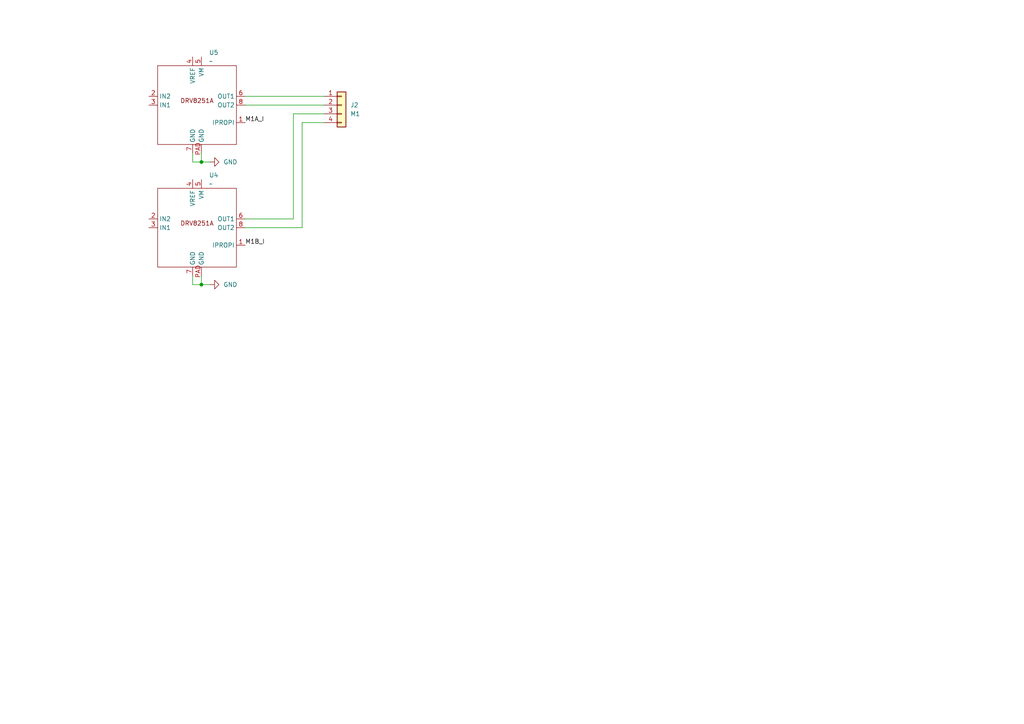
<source format=kicad_sch>
(kicad_sch (version 20231120) (generator "eeschema") (generator_version "8.0")
  (paper "A4")
  (lib_symbols
    (symbol "Connector_Generic:Conn_01x04" (pin_names (offset 1.016) hide)
      (property "Reference" "J" (at 0 5.08 0))
      (property "Value" "Conn_01x04" (at 0 -7.62 0))
      (symbol "Conn_01x04_1_1"
        (rectangle (start -1.27 -4.953) (end 0 -5.207) (stroke (width 0.1524)))
        (rectangle (start -1.27 -2.413) (end 0 -2.667) (stroke (width 0.1524)))
        (rectangle (start -1.27 0.127) (end 0 -0.127) (stroke (width 0.1524)))
        (rectangle (start -1.27 2.667) (end 0 2.413) (stroke (width 0.1524)))
        (rectangle (start -1.27 3.81) (end 1.27 -6.35) (stroke (width 0.254)) (fill (type background)))
        (pin passive line (at -5.08 2.54 0) (length 3.81) (name "Pin_1") (number "1"))
        (pin passive line (at -5.08 0 0) (length 3.81) (name "Pin_2") (number "2"))
        (pin passive line (at -5.08 -2.54 0) (length 3.81) (name "Pin_3") (number "3"))
        (pin passive line (at -5.08 -5.08 0) (length 3.81) (name "Pin_4") (number "4"))
      )
    )
    (symbol "EchoSymbols:DRV8251A"
      (property "Reference" "U" (at 0 2.286 0))
      (symbol "DRV8251A_0_0"
        (pin unspecified line (at 13.97 -6.35 180) (length 2.54) (name "IPROPI") (number "1"))
        (pin unspecified line (at -13.97 1.27 0) (length 2.54) (name "IN2") (number "2"))
        (pin unspecified line (at -13.97 -1.27 0) (length 2.54) (name "IN1") (number "3"))
        (pin unspecified line (at -1.27 12.7 270) (length 2.54) (name "VREF") (number "4"))
        (pin unspecified line (at 1.27 12.7 270) (length 2.54) (name "VM") (number "5"))
        (pin unspecified line (at 13.97 1.27 180) (length 2.54) (name "OUT1") (number "6"))
        (pin unspecified line (at -1.27 -15.24 90) (length 2.54) (name "GND") (number "7"))
        (pin unspecified line (at 13.97 -1.27 180) (length 2.54) (name "OUT2") (number "8"))
        (pin unspecified line (at 1.27 -15.24 90) (length 2.54) (name "GND") (number "PAD"))
      )
      (symbol "DRV8251A_1_1"
        (rectangle (start -11.43 10.16) (end 11.43 -12.7))
        (text "DRV8251A" (at 0 0 0) (effects (font (size 1.27 1.27))))
      )
    )
    (symbol "power:GND" (power) (pin_numbers hide) (pin_names (offset 0) hide)
      (property "Value" "GND" (at 0 -3.81 0))
      (symbol "GND_0_1"
        (polyline (pts (xy 0 0) (xy 0 -1.27) (xy 1.27 -1.27) (xy 0 -2.54) (xy -1.27 -1.27) (xy 0 -1.27)))
      )
      (symbol "GND_1_1"
        (pin power_in line (at 0 0 270) (length 0) (name "~") (number "1"))
      )
    )
  )
  (junction (at 58.42 82.55))
  (junction (at 58.42 46.99))
  (wire (pts (xy 87.63 35.56) (xy 87.63 66.04)))
  (wire (pts (xy 58.42 44.45) (xy 58.42 46.99)))
  (wire (pts (xy 55.88 80.01) (xy 55.88 82.55)))
  (wire (pts (xy 85.09 63.5) (xy 85.09 33.02)))
  (wire (pts (xy 55.88 46.99) (xy 58.42 46.99)))
  (wire (pts (xy 87.63 66.04) (xy 71.12 66.04)))
  (wire (pts (xy 55.88 82.55) (xy 58.42 82.55)))
  (wire (pts (xy 58.42 82.55) (xy 60.96 82.55)))
  (wire (pts (xy 71.12 27.94) (xy 93.98 27.94)))
  (wire (pts (xy 93.98 35.56) (xy 87.63 35.56)))
  (wire (pts (xy 85.09 33.02) (xy 93.98 33.02)))
  (wire (pts (xy 55.88 44.45) (xy 55.88 46.99)))
  (wire (pts (xy 71.12 63.5) (xy 85.09 63.5)))
  (wire (pts (xy 58.42 80.01) (xy 58.42 82.55)))
  (wire (pts (xy 58.42 46.99) (xy 60.96 46.99)))
  (wire (pts (xy 71.12 30.48) (xy 93.98 30.48)))
  (label "M1A_I" (at 71.12 35.56 0))
  (label "M1B_I" (at 71.12 71.12 0))
  (symbol (lib_id "power:GND") (at 60.96 46.99 90) (unit 1)
    (property "Reference" "#PWR013" (effects (hide yes)))
    (property "Value" "GND" (at 64.77 46.9899 90) (effects (justify right)))
    (property "Description" "Power symbol creates a global label with name \"GND\" , ground" (effects (hide yes)))
  )
  (symbol (lib_id "EchoSymbols:DRV8251A") (at 57.15 64.77 0) (unit 1)
    (property "Reference" "U4" (at 60.6141 50.8 0) (effects (justify left)))
    (property "Value" "~" (at 60.6141 53.34 0) (effects (justify left)))
  )
  (symbol (lib_id "power:GND") (at 60.96 82.55 90) (unit 1)
    (property "Reference" "#PWR014" (effects (hide yes)))
    (property "Value" "GND" (at 64.77 82.5499 90) (effects (justify right)))
    (property "Description" "Power symbol creates a global label with name \"GND\" , ground" (effects (hide yes)))
  )
  (symbol (lib_id "Connector_Generic:Conn_01x04") (at 99.06 30.48 0) (unit 1)
    (property "Reference" "J2" (at 101.6 30.4799 0) (effects (justify left)))
    (property "Value" "M1" (at 101.6 33.0199 0) (effects (justify left)))
    (property "Description" "Generic connector, single row, 01x04, script generated (kicad-library-utils/schlib/autogen/connector/)" (effects (hide yes)))
  )
  (symbol (lib_id "EchoSymbols:DRV8251A") (at 57.15 29.21 0) (unit 1)
    (property "Reference" "U5" (at 60.6141 15.24 0) (effects (justify left)))
    (property "Value" "~" (at 60.6141 17.78 0) (effects (justify left)))
  )
)
</source>
